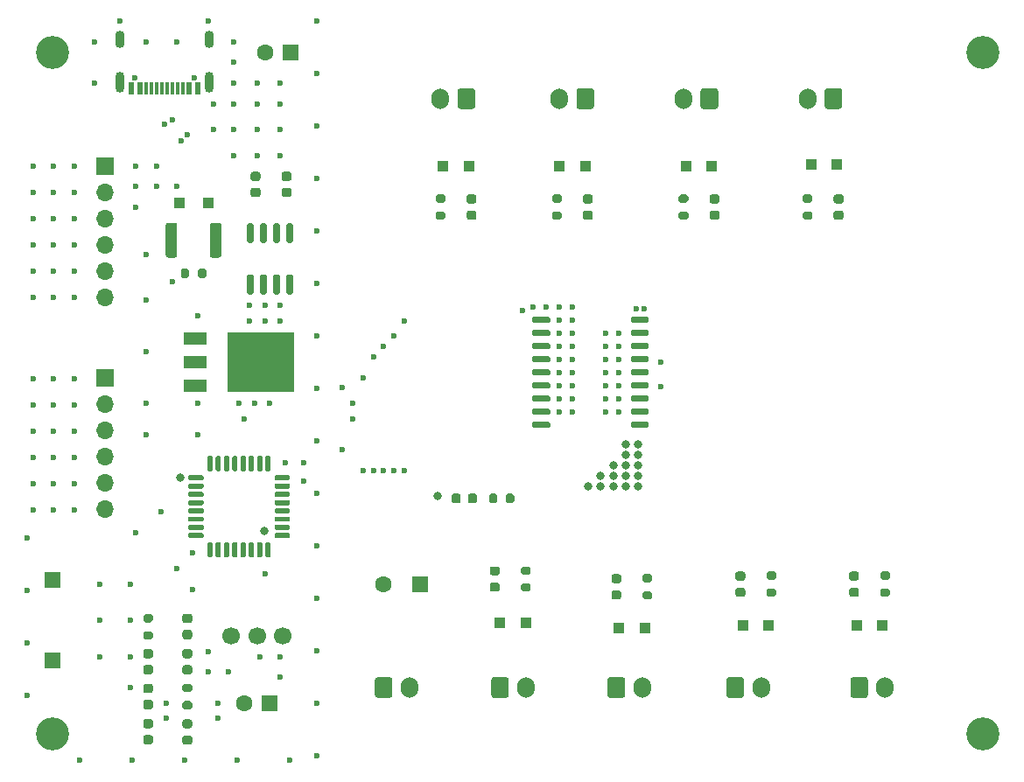
<source format=gts>
G04 #@! TF.GenerationSoftware,KiCad,Pcbnew,(5.1.12)-1*
G04 #@! TF.CreationDate,2022-03-18T17:00:28+09:00*
G04 #@! TF.ProjectId,NHK2022_Solenoid_Valve,4e484b32-3032-4325-9f53-6f6c656e6f69,rev?*
G04 #@! TF.SameCoordinates,PX42c1d80PY7bfa480*
G04 #@! TF.FileFunction,Soldermask,Top*
G04 #@! TF.FilePolarity,Negative*
%FSLAX46Y46*%
G04 Gerber Fmt 4.6, Leading zero omitted, Abs format (unit mm)*
G04 Created by KiCad (PCBNEW (5.1.12)-1) date 2022-03-18 17:00:28*
%MOMM*%
%LPD*%
G01*
G04 APERTURE LIST*
%ADD10C,3.200000*%
%ADD11C,1.600000*%
%ADD12R,1.600000X1.600000*%
%ADD13R,1.000000X1.000000*%
%ADD14R,1.100000X1.100000*%
%ADD15O,1.700000X2.000000*%
%ADD16O,1.700000X1.700000*%
%ADD17R,1.700000X1.700000*%
%ADD18O,0.900000X2.000000*%
%ADD19O,0.900000X1.700000*%
%ADD20R,0.300000X1.160000*%
%ADD21C,0.600000*%
%ADD22R,0.600000X1.160000*%
%ADD23R,2.200000X1.200000*%
%ADD24R,6.400000X5.800000*%
%ADD25C,1.700000*%
%ADD26R,1.500000X1.500000*%
%ADD27C,0.800000*%
G04 APERTURE END LIST*
D10*
X4000000Y70000000D03*
X94000000Y70000000D03*
X94000000Y4000000D03*
X4000000Y4000000D03*
G36*
G01*
X13450000Y3000000D02*
X12950000Y3000000D01*
G75*
G02*
X12725000Y3225000I0J225000D01*
G01*
X12725000Y3675000D01*
G75*
G02*
X12950000Y3900000I225000J0D01*
G01*
X13450000Y3900000D01*
G75*
G02*
X13675000Y3675000I0J-225000D01*
G01*
X13675000Y3225000D01*
G75*
G02*
X13450000Y3000000I-225000J0D01*
G01*
G37*
G36*
G01*
X13450000Y4550000D02*
X12950000Y4550000D01*
G75*
G02*
X12725000Y4775000I0J225000D01*
G01*
X12725000Y5225000D01*
G75*
G02*
X12950000Y5450000I225000J0D01*
G01*
X13450000Y5450000D01*
G75*
G02*
X13675000Y5225000I0J-225000D01*
G01*
X13675000Y4775000D01*
G75*
G02*
X13450000Y4550000I-225000J0D01*
G01*
G37*
D11*
X24500000Y70000000D03*
D12*
X27000000Y70000000D03*
G36*
G01*
X13450000Y7950000D02*
X12950000Y7950000D01*
G75*
G02*
X12725000Y8175000I0J225000D01*
G01*
X12725000Y8625000D01*
G75*
G02*
X12950000Y8850000I225000J0D01*
G01*
X13450000Y8850000D01*
G75*
G02*
X13675000Y8625000I0J-225000D01*
G01*
X13675000Y8175000D01*
G75*
G02*
X13450000Y7950000I-225000J0D01*
G01*
G37*
G36*
G01*
X13450000Y6400000D02*
X12950000Y6400000D01*
G75*
G02*
X12725000Y6625000I0J225000D01*
G01*
X12725000Y7075000D01*
G75*
G02*
X12950000Y7300000I225000J0D01*
G01*
X13450000Y7300000D01*
G75*
G02*
X13675000Y7075000I0J-225000D01*
G01*
X13675000Y6625000D01*
G75*
G02*
X13450000Y6400000I-225000J0D01*
G01*
G37*
G36*
G01*
X23850000Y55975000D02*
X23350000Y55975000D01*
G75*
G02*
X23125000Y56200000I0J225000D01*
G01*
X23125000Y56650000D01*
G75*
G02*
X23350000Y56875000I225000J0D01*
G01*
X23850000Y56875000D01*
G75*
G02*
X24075000Y56650000I0J-225000D01*
G01*
X24075000Y56200000D01*
G75*
G02*
X23850000Y55975000I-225000J0D01*
G01*
G37*
G36*
G01*
X23850000Y57525000D02*
X23350000Y57525000D01*
G75*
G02*
X23125000Y57750000I0J225000D01*
G01*
X23125000Y58200000D01*
G75*
G02*
X23350000Y58425000I225000J0D01*
G01*
X23850000Y58425000D01*
G75*
G02*
X24075000Y58200000I0J-225000D01*
G01*
X24075000Y57750000D01*
G75*
G02*
X23850000Y57525000I-225000J0D01*
G01*
G37*
G36*
G01*
X17250000Y14725000D02*
X16750000Y14725000D01*
G75*
G02*
X16525000Y14950000I0J225000D01*
G01*
X16525000Y15400000D01*
G75*
G02*
X16750000Y15625000I225000J0D01*
G01*
X17250000Y15625000D01*
G75*
G02*
X17475000Y15400000I0J-225000D01*
G01*
X17475000Y14950000D01*
G75*
G02*
X17250000Y14725000I-225000J0D01*
G01*
G37*
G36*
G01*
X17250000Y13175000D02*
X16750000Y13175000D01*
G75*
G02*
X16525000Y13400000I0J225000D01*
G01*
X16525000Y13850000D01*
G75*
G02*
X16750000Y14075000I225000J0D01*
G01*
X17250000Y14075000D01*
G75*
G02*
X17475000Y13850000I0J-225000D01*
G01*
X17475000Y13400000D01*
G75*
G02*
X17250000Y13175000I-225000J0D01*
G01*
G37*
G36*
G01*
X17250000Y9775000D02*
X16750000Y9775000D01*
G75*
G02*
X16525000Y10000000I0J225000D01*
G01*
X16525000Y10450000D01*
G75*
G02*
X16750000Y10675000I225000J0D01*
G01*
X17250000Y10675000D01*
G75*
G02*
X17475000Y10450000I0J-225000D01*
G01*
X17475000Y10000000D01*
G75*
G02*
X17250000Y9775000I-225000J0D01*
G01*
G37*
G36*
G01*
X17250000Y11325000D02*
X16750000Y11325000D01*
G75*
G02*
X16525000Y11550000I0J225000D01*
G01*
X16525000Y12000000D01*
G75*
G02*
X16750000Y12225000I225000J0D01*
G01*
X17250000Y12225000D01*
G75*
G02*
X17475000Y12000000I0J-225000D01*
G01*
X17475000Y11550000D01*
G75*
G02*
X17250000Y11325000I-225000J0D01*
G01*
G37*
G36*
G01*
X26850000Y55975000D02*
X26350000Y55975000D01*
G75*
G02*
X26125000Y56200000I0J225000D01*
G01*
X26125000Y56650000D01*
G75*
G02*
X26350000Y56875000I225000J0D01*
G01*
X26850000Y56875000D01*
G75*
G02*
X27075000Y56650000I0J-225000D01*
G01*
X27075000Y56200000D01*
G75*
G02*
X26850000Y55975000I-225000J0D01*
G01*
G37*
G36*
G01*
X26850000Y57525000D02*
X26350000Y57525000D01*
G75*
G02*
X26125000Y57750000I0J225000D01*
G01*
X26125000Y58200000D01*
G75*
G02*
X26350000Y58425000I225000J0D01*
G01*
X26850000Y58425000D01*
G75*
G02*
X27075000Y58200000I0J-225000D01*
G01*
X27075000Y57750000D01*
G75*
G02*
X26850000Y57525000I-225000J0D01*
G01*
G37*
G36*
G01*
X13450000Y11325000D02*
X12950000Y11325000D01*
G75*
G02*
X12725000Y11550000I0J225000D01*
G01*
X12725000Y12000000D01*
G75*
G02*
X12950000Y12225000I225000J0D01*
G01*
X13450000Y12225000D01*
G75*
G02*
X13675000Y12000000I0J-225000D01*
G01*
X13675000Y11550000D01*
G75*
G02*
X13450000Y11325000I-225000J0D01*
G01*
G37*
G36*
G01*
X13450000Y9775000D02*
X12950000Y9775000D01*
G75*
G02*
X12725000Y10000000I0J225000D01*
G01*
X12725000Y10450000D01*
G75*
G02*
X12950000Y10675000I225000J0D01*
G01*
X13450000Y10675000D01*
G75*
G02*
X13675000Y10450000I0J-225000D01*
G01*
X13675000Y10000000D01*
G75*
G02*
X13450000Y9775000I-225000J0D01*
G01*
G37*
X25000000Y7000000D03*
D11*
X22500000Y7000000D03*
D12*
X39500000Y18500000D03*
D11*
X36000000Y18500000D03*
G36*
G01*
X44150000Y26543750D02*
X44150000Y27056250D01*
G75*
G02*
X44368750Y27275000I218750J0D01*
G01*
X44806250Y27275000D01*
G75*
G02*
X45025000Y27056250I0J-218750D01*
G01*
X45025000Y26543750D01*
G75*
G02*
X44806250Y26325000I-218750J0D01*
G01*
X44368750Y26325000D01*
G75*
G02*
X44150000Y26543750I0J218750D01*
G01*
G37*
G36*
G01*
X42575000Y26543750D02*
X42575000Y27056250D01*
G75*
G02*
X42793750Y27275000I218750J0D01*
G01*
X43231250Y27275000D01*
G75*
G02*
X43450000Y27056250I0J-218750D01*
G01*
X43450000Y26543750D01*
G75*
G02*
X43231250Y26325000I-218750J0D01*
G01*
X42793750Y26325000D01*
G75*
G02*
X42575000Y26543750I0J218750D01*
G01*
G37*
D13*
X41750000Y59000000D03*
X44250000Y59000000D03*
G36*
G01*
X44243750Y56225000D02*
X44756250Y56225000D01*
G75*
G02*
X44975000Y56006250I0J-218750D01*
G01*
X44975000Y55568750D01*
G75*
G02*
X44756250Y55350000I-218750J0D01*
G01*
X44243750Y55350000D01*
G75*
G02*
X44025000Y55568750I0J218750D01*
G01*
X44025000Y56006250D01*
G75*
G02*
X44243750Y56225000I218750J0D01*
G01*
G37*
G36*
G01*
X44243750Y54650000D02*
X44756250Y54650000D01*
G75*
G02*
X44975000Y54431250I0J-218750D01*
G01*
X44975000Y53993750D01*
G75*
G02*
X44756250Y53775000I-218750J0D01*
G01*
X44243750Y53775000D01*
G75*
G02*
X44025000Y53993750I0J218750D01*
G01*
X44025000Y54431250D01*
G75*
G02*
X44243750Y54650000I218750J0D01*
G01*
G37*
X55500000Y59000000D03*
X53000000Y59000000D03*
G36*
G01*
X55493750Y54650000D02*
X56006250Y54650000D01*
G75*
G02*
X56225000Y54431250I0J-218750D01*
G01*
X56225000Y53993750D01*
G75*
G02*
X56006250Y53775000I-218750J0D01*
G01*
X55493750Y53775000D01*
G75*
G02*
X55275000Y53993750I0J218750D01*
G01*
X55275000Y54431250D01*
G75*
G02*
X55493750Y54650000I218750J0D01*
G01*
G37*
G36*
G01*
X55493750Y56225000D02*
X56006250Y56225000D01*
G75*
G02*
X56225000Y56006250I0J-218750D01*
G01*
X56225000Y55568750D01*
G75*
G02*
X56006250Y55350000I-218750J0D01*
G01*
X55493750Y55350000D01*
G75*
G02*
X55275000Y55568750I0J218750D01*
G01*
X55275000Y56006250D01*
G75*
G02*
X55493750Y56225000I218750J0D01*
G01*
G37*
X65250000Y59000000D03*
X67750000Y59000000D03*
G36*
G01*
X67743750Y56225000D02*
X68256250Y56225000D01*
G75*
G02*
X68475000Y56006250I0J-218750D01*
G01*
X68475000Y55568750D01*
G75*
G02*
X68256250Y55350000I-218750J0D01*
G01*
X67743750Y55350000D01*
G75*
G02*
X67525000Y55568750I0J218750D01*
G01*
X67525000Y56006250D01*
G75*
G02*
X67743750Y56225000I218750J0D01*
G01*
G37*
G36*
G01*
X67743750Y54650000D02*
X68256250Y54650000D01*
G75*
G02*
X68475000Y54431250I0J-218750D01*
G01*
X68475000Y53993750D01*
G75*
G02*
X68256250Y53775000I-218750J0D01*
G01*
X67743750Y53775000D01*
G75*
G02*
X67525000Y53993750I0J218750D01*
G01*
X67525000Y54431250D01*
G75*
G02*
X67743750Y54650000I218750J0D01*
G01*
G37*
X77350000Y59100000D03*
X79850000Y59100000D03*
G36*
G01*
X79743750Y54650000D02*
X80256250Y54650000D01*
G75*
G02*
X80475000Y54431250I0J-218750D01*
G01*
X80475000Y53993750D01*
G75*
G02*
X80256250Y53775000I-218750J0D01*
G01*
X79743750Y53775000D01*
G75*
G02*
X79525000Y53993750I0J218750D01*
G01*
X79525000Y54431250D01*
G75*
G02*
X79743750Y54650000I218750J0D01*
G01*
G37*
G36*
G01*
X79743750Y56225000D02*
X80256250Y56225000D01*
G75*
G02*
X80475000Y56006250I0J-218750D01*
G01*
X80475000Y55568750D01*
G75*
G02*
X80256250Y55350000I-218750J0D01*
G01*
X79743750Y55350000D01*
G75*
G02*
X79525000Y55568750I0J218750D01*
G01*
X79525000Y56006250D01*
G75*
G02*
X79743750Y56225000I218750J0D01*
G01*
G37*
X84250000Y14500000D03*
X81750000Y14500000D03*
G36*
G01*
X81756250Y17275000D02*
X81243750Y17275000D01*
G75*
G02*
X81025000Y17493750I0J218750D01*
G01*
X81025000Y17931250D01*
G75*
G02*
X81243750Y18150000I218750J0D01*
G01*
X81756250Y18150000D01*
G75*
G02*
X81975000Y17931250I0J-218750D01*
G01*
X81975000Y17493750D01*
G75*
G02*
X81756250Y17275000I-218750J0D01*
G01*
G37*
G36*
G01*
X81756250Y18850000D02*
X81243750Y18850000D01*
G75*
G02*
X81025000Y19068750I0J218750D01*
G01*
X81025000Y19506250D01*
G75*
G02*
X81243750Y19725000I218750J0D01*
G01*
X81756250Y19725000D01*
G75*
G02*
X81975000Y19506250I0J-218750D01*
G01*
X81975000Y19068750D01*
G75*
G02*
X81756250Y18850000I-218750J0D01*
G01*
G37*
X70750000Y14500000D03*
X73250000Y14500000D03*
G36*
G01*
X70756250Y18850000D02*
X70243750Y18850000D01*
G75*
G02*
X70025000Y19068750I0J218750D01*
G01*
X70025000Y19506250D01*
G75*
G02*
X70243750Y19725000I218750J0D01*
G01*
X70756250Y19725000D01*
G75*
G02*
X70975000Y19506250I0J-218750D01*
G01*
X70975000Y19068750D01*
G75*
G02*
X70756250Y18850000I-218750J0D01*
G01*
G37*
G36*
G01*
X70756250Y17275000D02*
X70243750Y17275000D01*
G75*
G02*
X70025000Y17493750I0J218750D01*
G01*
X70025000Y17931250D01*
G75*
G02*
X70243750Y18150000I218750J0D01*
G01*
X70756250Y18150000D01*
G75*
G02*
X70975000Y17931250I0J-218750D01*
G01*
X70975000Y17493750D01*
G75*
G02*
X70756250Y17275000I-218750J0D01*
G01*
G37*
X58750000Y14250000D03*
X61250000Y14250000D03*
G36*
G01*
X58756250Y18600000D02*
X58243750Y18600000D01*
G75*
G02*
X58025000Y18818750I0J218750D01*
G01*
X58025000Y19256250D01*
G75*
G02*
X58243750Y19475000I218750J0D01*
G01*
X58756250Y19475000D01*
G75*
G02*
X58975000Y19256250I0J-218750D01*
G01*
X58975000Y18818750D01*
G75*
G02*
X58756250Y18600000I-218750J0D01*
G01*
G37*
G36*
G01*
X58756250Y17025000D02*
X58243750Y17025000D01*
G75*
G02*
X58025000Y17243750I0J218750D01*
G01*
X58025000Y17681250D01*
G75*
G02*
X58243750Y17900000I218750J0D01*
G01*
X58756250Y17900000D01*
G75*
G02*
X58975000Y17681250I0J-218750D01*
G01*
X58975000Y17243750D01*
G75*
G02*
X58756250Y17025000I-218750J0D01*
G01*
G37*
X47250000Y14750000D03*
X49750000Y14750000D03*
G36*
G01*
X47006250Y17775000D02*
X46493750Y17775000D01*
G75*
G02*
X46275000Y17993750I0J218750D01*
G01*
X46275000Y18431250D01*
G75*
G02*
X46493750Y18650000I218750J0D01*
G01*
X47006250Y18650000D01*
G75*
G02*
X47225000Y18431250I0J-218750D01*
G01*
X47225000Y17993750D01*
G75*
G02*
X47006250Y17775000I-218750J0D01*
G01*
G37*
G36*
G01*
X47006250Y19350000D02*
X46493750Y19350000D01*
G75*
G02*
X46275000Y19568750I0J218750D01*
G01*
X46275000Y20006250D01*
G75*
G02*
X46493750Y20225000I218750J0D01*
G01*
X47006250Y20225000D01*
G75*
G02*
X47225000Y20006250I0J-218750D01*
G01*
X47225000Y19568750D01*
G75*
G02*
X47006250Y19350000I-218750J0D01*
G01*
G37*
D14*
X19000000Y55400000D03*
X16200000Y55400000D03*
G36*
G01*
X17256250Y2975000D02*
X16743750Y2975000D01*
G75*
G02*
X16525000Y3193750I0J218750D01*
G01*
X16525000Y3631250D01*
G75*
G02*
X16743750Y3850000I218750J0D01*
G01*
X17256250Y3850000D01*
G75*
G02*
X17475000Y3631250I0J-218750D01*
G01*
X17475000Y3193750D01*
G75*
G02*
X17256250Y2975000I-218750J0D01*
G01*
G37*
G36*
G01*
X17256250Y4550000D02*
X16743750Y4550000D01*
G75*
G02*
X16525000Y4768750I0J218750D01*
G01*
X16525000Y5206250D01*
G75*
G02*
X16743750Y5425000I218750J0D01*
G01*
X17256250Y5425000D01*
G75*
G02*
X17475000Y5206250I0J-218750D01*
G01*
X17475000Y4768750D01*
G75*
G02*
X17256250Y4550000I-218750J0D01*
G01*
G37*
G36*
G01*
X57650000Y7750000D02*
X57650000Y9250000D01*
G75*
G02*
X57900000Y9500000I250000J0D01*
G01*
X59100000Y9500000D01*
G75*
G02*
X59350000Y9250000I0J-250000D01*
G01*
X59350000Y7750000D01*
G75*
G02*
X59100000Y7500000I-250000J0D01*
G01*
X57900000Y7500000D01*
G75*
G02*
X57650000Y7750000I0J250000D01*
G01*
G37*
D15*
X61000000Y8500000D03*
G36*
G01*
X44850000Y66250000D02*
X44850000Y64750000D01*
G75*
G02*
X44600000Y64500000I-250000J0D01*
G01*
X43400000Y64500000D01*
G75*
G02*
X43150000Y64750000I0J250000D01*
G01*
X43150000Y66250000D01*
G75*
G02*
X43400000Y66500000I250000J0D01*
G01*
X44600000Y66500000D01*
G75*
G02*
X44850000Y66250000I0J-250000D01*
G01*
G37*
X41500000Y65500000D03*
G36*
G01*
X56350000Y66250000D02*
X56350000Y64750000D01*
G75*
G02*
X56100000Y64500000I-250000J0D01*
G01*
X54900000Y64500000D01*
G75*
G02*
X54650000Y64750000I0J250000D01*
G01*
X54650000Y66250000D01*
G75*
G02*
X54900000Y66500000I250000J0D01*
G01*
X56100000Y66500000D01*
G75*
G02*
X56350000Y66250000I0J-250000D01*
G01*
G37*
X53000000Y65500000D03*
X65000000Y65500000D03*
G36*
G01*
X68350000Y66250000D02*
X68350000Y64750000D01*
G75*
G02*
X68100000Y64500000I-250000J0D01*
G01*
X66900000Y64500000D01*
G75*
G02*
X66650000Y64750000I0J250000D01*
G01*
X66650000Y66250000D01*
G75*
G02*
X66900000Y66500000I250000J0D01*
G01*
X68100000Y66500000D01*
G75*
G02*
X68350000Y66250000I0J-250000D01*
G01*
G37*
X77000000Y65500000D03*
G36*
G01*
X80350000Y66250000D02*
X80350000Y64750000D01*
G75*
G02*
X80100000Y64500000I-250000J0D01*
G01*
X78900000Y64500000D01*
G75*
G02*
X78650000Y64750000I0J250000D01*
G01*
X78650000Y66250000D01*
G75*
G02*
X78900000Y66500000I250000J0D01*
G01*
X80100000Y66500000D01*
G75*
G02*
X80350000Y66250000I0J-250000D01*
G01*
G37*
G36*
G01*
X81150000Y7750000D02*
X81150000Y9250000D01*
G75*
G02*
X81400000Y9500000I250000J0D01*
G01*
X82600000Y9500000D01*
G75*
G02*
X82850000Y9250000I0J-250000D01*
G01*
X82850000Y7750000D01*
G75*
G02*
X82600000Y7500000I-250000J0D01*
G01*
X81400000Y7500000D01*
G75*
G02*
X81150000Y7750000I0J250000D01*
G01*
G37*
X84500000Y8500000D03*
X72500000Y8500000D03*
G36*
G01*
X69150000Y7750000D02*
X69150000Y9250000D01*
G75*
G02*
X69400000Y9500000I250000J0D01*
G01*
X70600000Y9500000D01*
G75*
G02*
X70850000Y9250000I0J-250000D01*
G01*
X70850000Y7750000D01*
G75*
G02*
X70600000Y7500000I-250000J0D01*
G01*
X69400000Y7500000D01*
G75*
G02*
X69150000Y7750000I0J250000D01*
G01*
G37*
X38500000Y8500000D03*
G36*
G01*
X35150000Y7750000D02*
X35150000Y9250000D01*
G75*
G02*
X35400000Y9500000I250000J0D01*
G01*
X36600000Y9500000D01*
G75*
G02*
X36850000Y9250000I0J-250000D01*
G01*
X36850000Y7750000D01*
G75*
G02*
X36600000Y7500000I-250000J0D01*
G01*
X35400000Y7500000D01*
G75*
G02*
X35150000Y7750000I0J250000D01*
G01*
G37*
G36*
G01*
X46400000Y7750000D02*
X46400000Y9250000D01*
G75*
G02*
X46650000Y9500000I250000J0D01*
G01*
X47850000Y9500000D01*
G75*
G02*
X48100000Y9250000I0J-250000D01*
G01*
X48100000Y7750000D01*
G75*
G02*
X47850000Y7500000I-250000J0D01*
G01*
X46650000Y7500000D01*
G75*
G02*
X46400000Y7750000I0J250000D01*
G01*
G37*
X49750000Y8500000D03*
D16*
X9000000Y46300000D03*
X9000000Y48840000D03*
X9000000Y51380000D03*
X9000000Y53920000D03*
X9000000Y56460000D03*
D17*
X9000000Y59000000D03*
D18*
X19120000Y67070000D03*
X10480000Y67070000D03*
D19*
X19120000Y71240000D03*
X10480000Y71240000D03*
D20*
X15550000Y66490000D03*
X15050000Y66490000D03*
X14550000Y66490000D03*
X16550000Y66490000D03*
X16050000Y66490000D03*
X13550000Y66490000D03*
X14050000Y66490000D03*
X13050000Y66490000D03*
D21*
X11910000Y67550000D03*
X17690000Y67550000D03*
D22*
X17200000Y66490000D03*
X17200000Y66490000D03*
X18000000Y66490000D03*
X18000000Y66490000D03*
X12400000Y66490000D03*
X11600000Y66490000D03*
X12400000Y66490000D03*
X11600000Y66490000D03*
G36*
G01*
X46975000Y27075000D02*
X46975000Y26525000D01*
G75*
G02*
X46775000Y26325000I-200000J0D01*
G01*
X46375000Y26325000D01*
G75*
G02*
X46175000Y26525000I0J200000D01*
G01*
X46175000Y27075000D01*
G75*
G02*
X46375000Y27275000I200000J0D01*
G01*
X46775000Y27275000D01*
G75*
G02*
X46975000Y27075000I0J-200000D01*
G01*
G37*
G36*
G01*
X48625000Y27075000D02*
X48625000Y26525000D01*
G75*
G02*
X48425000Y26325000I-200000J0D01*
G01*
X48025000Y26325000D01*
G75*
G02*
X47825000Y26525000I0J200000D01*
G01*
X47825000Y27075000D01*
G75*
G02*
X48025000Y27275000I200000J0D01*
G01*
X48425000Y27275000D01*
G75*
G02*
X48625000Y27075000I0J-200000D01*
G01*
G37*
G36*
G01*
X41225000Y56225000D02*
X41775000Y56225000D01*
G75*
G02*
X41975000Y56025000I0J-200000D01*
G01*
X41975000Y55625000D01*
G75*
G02*
X41775000Y55425000I-200000J0D01*
G01*
X41225000Y55425000D01*
G75*
G02*
X41025000Y55625000I0J200000D01*
G01*
X41025000Y56025000D01*
G75*
G02*
X41225000Y56225000I200000J0D01*
G01*
G37*
G36*
G01*
X41225000Y54575000D02*
X41775000Y54575000D01*
G75*
G02*
X41975000Y54375000I0J-200000D01*
G01*
X41975000Y53975000D01*
G75*
G02*
X41775000Y53775000I-200000J0D01*
G01*
X41225000Y53775000D01*
G75*
G02*
X41025000Y53975000I0J200000D01*
G01*
X41025000Y54375000D01*
G75*
G02*
X41225000Y54575000I200000J0D01*
G01*
G37*
G36*
G01*
X52475000Y56225000D02*
X53025000Y56225000D01*
G75*
G02*
X53225000Y56025000I0J-200000D01*
G01*
X53225000Y55625000D01*
G75*
G02*
X53025000Y55425000I-200000J0D01*
G01*
X52475000Y55425000D01*
G75*
G02*
X52275000Y55625000I0J200000D01*
G01*
X52275000Y56025000D01*
G75*
G02*
X52475000Y56225000I200000J0D01*
G01*
G37*
G36*
G01*
X52475000Y54575000D02*
X53025000Y54575000D01*
G75*
G02*
X53225000Y54375000I0J-200000D01*
G01*
X53225000Y53975000D01*
G75*
G02*
X53025000Y53775000I-200000J0D01*
G01*
X52475000Y53775000D01*
G75*
G02*
X52275000Y53975000I0J200000D01*
G01*
X52275000Y54375000D01*
G75*
G02*
X52475000Y54575000I200000J0D01*
G01*
G37*
G36*
G01*
X64725000Y54575000D02*
X65275000Y54575000D01*
G75*
G02*
X65475000Y54375000I0J-200000D01*
G01*
X65475000Y53975000D01*
G75*
G02*
X65275000Y53775000I-200000J0D01*
G01*
X64725000Y53775000D01*
G75*
G02*
X64525000Y53975000I0J200000D01*
G01*
X64525000Y54375000D01*
G75*
G02*
X64725000Y54575000I200000J0D01*
G01*
G37*
G36*
G01*
X64725000Y56225000D02*
X65275000Y56225000D01*
G75*
G02*
X65475000Y56025000I0J-200000D01*
G01*
X65475000Y55625000D01*
G75*
G02*
X65275000Y55425000I-200000J0D01*
G01*
X64725000Y55425000D01*
G75*
G02*
X64525000Y55625000I0J200000D01*
G01*
X64525000Y56025000D01*
G75*
G02*
X64725000Y56225000I200000J0D01*
G01*
G37*
G36*
G01*
X76725000Y56225000D02*
X77275000Y56225000D01*
G75*
G02*
X77475000Y56025000I0J-200000D01*
G01*
X77475000Y55625000D01*
G75*
G02*
X77275000Y55425000I-200000J0D01*
G01*
X76725000Y55425000D01*
G75*
G02*
X76525000Y55625000I0J200000D01*
G01*
X76525000Y56025000D01*
G75*
G02*
X76725000Y56225000I200000J0D01*
G01*
G37*
G36*
G01*
X76725000Y54575000D02*
X77275000Y54575000D01*
G75*
G02*
X77475000Y54375000I0J-200000D01*
G01*
X77475000Y53975000D01*
G75*
G02*
X77275000Y53775000I-200000J0D01*
G01*
X76725000Y53775000D01*
G75*
G02*
X76525000Y53975000I0J200000D01*
G01*
X76525000Y54375000D01*
G75*
G02*
X76725000Y54575000I200000J0D01*
G01*
G37*
G36*
G01*
X84775000Y18925000D02*
X84225000Y18925000D01*
G75*
G02*
X84025000Y19125000I0J200000D01*
G01*
X84025000Y19525000D01*
G75*
G02*
X84225000Y19725000I200000J0D01*
G01*
X84775000Y19725000D01*
G75*
G02*
X84975000Y19525000I0J-200000D01*
G01*
X84975000Y19125000D01*
G75*
G02*
X84775000Y18925000I-200000J0D01*
G01*
G37*
G36*
G01*
X84775000Y17275000D02*
X84225000Y17275000D01*
G75*
G02*
X84025000Y17475000I0J200000D01*
G01*
X84025000Y17875000D01*
G75*
G02*
X84225000Y18075000I200000J0D01*
G01*
X84775000Y18075000D01*
G75*
G02*
X84975000Y17875000I0J-200000D01*
G01*
X84975000Y17475000D01*
G75*
G02*
X84775000Y17275000I-200000J0D01*
G01*
G37*
G36*
G01*
X73775000Y18925000D02*
X73225000Y18925000D01*
G75*
G02*
X73025000Y19125000I0J200000D01*
G01*
X73025000Y19525000D01*
G75*
G02*
X73225000Y19725000I200000J0D01*
G01*
X73775000Y19725000D01*
G75*
G02*
X73975000Y19525000I0J-200000D01*
G01*
X73975000Y19125000D01*
G75*
G02*
X73775000Y18925000I-200000J0D01*
G01*
G37*
G36*
G01*
X73775000Y17275000D02*
X73225000Y17275000D01*
G75*
G02*
X73025000Y17475000I0J200000D01*
G01*
X73025000Y17875000D01*
G75*
G02*
X73225000Y18075000I200000J0D01*
G01*
X73775000Y18075000D01*
G75*
G02*
X73975000Y17875000I0J-200000D01*
G01*
X73975000Y17475000D01*
G75*
G02*
X73775000Y17275000I-200000J0D01*
G01*
G37*
G36*
G01*
X61775000Y17025000D02*
X61225000Y17025000D01*
G75*
G02*
X61025000Y17225000I0J200000D01*
G01*
X61025000Y17625000D01*
G75*
G02*
X61225000Y17825000I200000J0D01*
G01*
X61775000Y17825000D01*
G75*
G02*
X61975000Y17625000I0J-200000D01*
G01*
X61975000Y17225000D01*
G75*
G02*
X61775000Y17025000I-200000J0D01*
G01*
G37*
G36*
G01*
X61775000Y18675000D02*
X61225000Y18675000D01*
G75*
G02*
X61025000Y18875000I0J200000D01*
G01*
X61025000Y19275000D01*
G75*
G02*
X61225000Y19475000I200000J0D01*
G01*
X61775000Y19475000D01*
G75*
G02*
X61975000Y19275000I0J-200000D01*
G01*
X61975000Y18875000D01*
G75*
G02*
X61775000Y18675000I-200000J0D01*
G01*
G37*
G36*
G01*
X50025000Y19425000D02*
X49475000Y19425000D01*
G75*
G02*
X49275000Y19625000I0J200000D01*
G01*
X49275000Y20025000D01*
G75*
G02*
X49475000Y20225000I200000J0D01*
G01*
X50025000Y20225000D01*
G75*
G02*
X50225000Y20025000I0J-200000D01*
G01*
X50225000Y19625000D01*
G75*
G02*
X50025000Y19425000I-200000J0D01*
G01*
G37*
G36*
G01*
X50025000Y17775000D02*
X49475000Y17775000D01*
G75*
G02*
X49275000Y17975000I0J200000D01*
G01*
X49275000Y18375000D01*
G75*
G02*
X49475000Y18575000I200000J0D01*
G01*
X50025000Y18575000D01*
G75*
G02*
X50225000Y18375000I0J-200000D01*
G01*
X50225000Y17975000D01*
G75*
G02*
X50025000Y17775000I-200000J0D01*
G01*
G37*
G36*
G01*
X13475000Y13150000D02*
X12925000Y13150000D01*
G75*
G02*
X12725000Y13350000I0J200000D01*
G01*
X12725000Y13750000D01*
G75*
G02*
X12925000Y13950000I200000J0D01*
G01*
X13475000Y13950000D01*
G75*
G02*
X13675000Y13750000I0J-200000D01*
G01*
X13675000Y13350000D01*
G75*
G02*
X13475000Y13150000I-200000J0D01*
G01*
G37*
G36*
G01*
X13475000Y14800000D02*
X12925000Y14800000D01*
G75*
G02*
X12725000Y15000000I0J200000D01*
G01*
X12725000Y15400000D01*
G75*
G02*
X12925000Y15600000I200000J0D01*
G01*
X13475000Y15600000D01*
G75*
G02*
X13675000Y15400000I0J-200000D01*
G01*
X13675000Y15000000D01*
G75*
G02*
X13475000Y14800000I-200000J0D01*
G01*
G37*
G36*
G01*
X18025000Y48325000D02*
X18025000Y48875000D01*
G75*
G02*
X18225000Y49075000I200000J0D01*
G01*
X18625000Y49075000D01*
G75*
G02*
X18825000Y48875000I0J-200000D01*
G01*
X18825000Y48325000D01*
G75*
G02*
X18625000Y48125000I-200000J0D01*
G01*
X18225000Y48125000D01*
G75*
G02*
X18025000Y48325000I0J200000D01*
G01*
G37*
G36*
G01*
X16375000Y48325000D02*
X16375000Y48875000D01*
G75*
G02*
X16575000Y49075000I200000J0D01*
G01*
X16975000Y49075000D01*
G75*
G02*
X17175000Y48875000I0J-200000D01*
G01*
X17175000Y48325000D01*
G75*
G02*
X16975000Y48125000I-200000J0D01*
G01*
X16575000Y48125000D01*
G75*
G02*
X16375000Y48325000I0J200000D01*
G01*
G37*
G36*
G01*
X17275000Y6400000D02*
X16725000Y6400000D01*
G75*
G02*
X16525000Y6600000I0J200000D01*
G01*
X16525000Y7000000D01*
G75*
G02*
X16725000Y7200000I200000J0D01*
G01*
X17275000Y7200000D01*
G75*
G02*
X17475000Y7000000I0J-200000D01*
G01*
X17475000Y6600000D01*
G75*
G02*
X17275000Y6400000I-200000J0D01*
G01*
G37*
G36*
G01*
X17275000Y8050000D02*
X16725000Y8050000D01*
G75*
G02*
X16525000Y8250000I0J200000D01*
G01*
X16525000Y8650000D01*
G75*
G02*
X16725000Y8850000I200000J0D01*
G01*
X17275000Y8850000D01*
G75*
G02*
X17475000Y8650000I0J-200000D01*
G01*
X17475000Y8250000D01*
G75*
G02*
X17275000Y8050000I-200000J0D01*
G01*
G37*
G36*
G01*
X50350000Y43930000D02*
X50350000Y44230000D01*
G75*
G02*
X50500000Y44380000I150000J0D01*
G01*
X51950000Y44380000D01*
G75*
G02*
X52100000Y44230000I0J-150000D01*
G01*
X52100000Y43930000D01*
G75*
G02*
X51950000Y43780000I-150000J0D01*
G01*
X50500000Y43780000D01*
G75*
G02*
X50350000Y43930000I0J150000D01*
G01*
G37*
G36*
G01*
X50350000Y42660000D02*
X50350000Y42960000D01*
G75*
G02*
X50500000Y43110000I150000J0D01*
G01*
X51950000Y43110000D01*
G75*
G02*
X52100000Y42960000I0J-150000D01*
G01*
X52100000Y42660000D01*
G75*
G02*
X51950000Y42510000I-150000J0D01*
G01*
X50500000Y42510000D01*
G75*
G02*
X50350000Y42660000I0J150000D01*
G01*
G37*
G36*
G01*
X50350000Y41390000D02*
X50350000Y41690000D01*
G75*
G02*
X50500000Y41840000I150000J0D01*
G01*
X51950000Y41840000D01*
G75*
G02*
X52100000Y41690000I0J-150000D01*
G01*
X52100000Y41390000D01*
G75*
G02*
X51950000Y41240000I-150000J0D01*
G01*
X50500000Y41240000D01*
G75*
G02*
X50350000Y41390000I0J150000D01*
G01*
G37*
G36*
G01*
X50350000Y40120000D02*
X50350000Y40420000D01*
G75*
G02*
X50500000Y40570000I150000J0D01*
G01*
X51950000Y40570000D01*
G75*
G02*
X52100000Y40420000I0J-150000D01*
G01*
X52100000Y40120000D01*
G75*
G02*
X51950000Y39970000I-150000J0D01*
G01*
X50500000Y39970000D01*
G75*
G02*
X50350000Y40120000I0J150000D01*
G01*
G37*
G36*
G01*
X50350000Y38850000D02*
X50350000Y39150000D01*
G75*
G02*
X50500000Y39300000I150000J0D01*
G01*
X51950000Y39300000D01*
G75*
G02*
X52100000Y39150000I0J-150000D01*
G01*
X52100000Y38850000D01*
G75*
G02*
X51950000Y38700000I-150000J0D01*
G01*
X50500000Y38700000D01*
G75*
G02*
X50350000Y38850000I0J150000D01*
G01*
G37*
G36*
G01*
X50350000Y37580000D02*
X50350000Y37880000D01*
G75*
G02*
X50500000Y38030000I150000J0D01*
G01*
X51950000Y38030000D01*
G75*
G02*
X52100000Y37880000I0J-150000D01*
G01*
X52100000Y37580000D01*
G75*
G02*
X51950000Y37430000I-150000J0D01*
G01*
X50500000Y37430000D01*
G75*
G02*
X50350000Y37580000I0J150000D01*
G01*
G37*
G36*
G01*
X50350000Y36310000D02*
X50350000Y36610000D01*
G75*
G02*
X50500000Y36760000I150000J0D01*
G01*
X51950000Y36760000D01*
G75*
G02*
X52100000Y36610000I0J-150000D01*
G01*
X52100000Y36310000D01*
G75*
G02*
X51950000Y36160000I-150000J0D01*
G01*
X50500000Y36160000D01*
G75*
G02*
X50350000Y36310000I0J150000D01*
G01*
G37*
G36*
G01*
X50350000Y35040000D02*
X50350000Y35340000D01*
G75*
G02*
X50500000Y35490000I150000J0D01*
G01*
X51950000Y35490000D01*
G75*
G02*
X52100000Y35340000I0J-150000D01*
G01*
X52100000Y35040000D01*
G75*
G02*
X51950000Y34890000I-150000J0D01*
G01*
X50500000Y34890000D01*
G75*
G02*
X50350000Y35040000I0J150000D01*
G01*
G37*
G36*
G01*
X50350000Y33770000D02*
X50350000Y34070000D01*
G75*
G02*
X50500000Y34220000I150000J0D01*
G01*
X51950000Y34220000D01*
G75*
G02*
X52100000Y34070000I0J-150000D01*
G01*
X52100000Y33770000D01*
G75*
G02*
X51950000Y33620000I-150000J0D01*
G01*
X50500000Y33620000D01*
G75*
G02*
X50350000Y33770000I0J150000D01*
G01*
G37*
G36*
G01*
X59900000Y33770000D02*
X59900000Y34070000D01*
G75*
G02*
X60050000Y34220000I150000J0D01*
G01*
X61500000Y34220000D01*
G75*
G02*
X61650000Y34070000I0J-150000D01*
G01*
X61650000Y33770000D01*
G75*
G02*
X61500000Y33620000I-150000J0D01*
G01*
X60050000Y33620000D01*
G75*
G02*
X59900000Y33770000I0J150000D01*
G01*
G37*
G36*
G01*
X59900000Y35040000D02*
X59900000Y35340000D01*
G75*
G02*
X60050000Y35490000I150000J0D01*
G01*
X61500000Y35490000D01*
G75*
G02*
X61650000Y35340000I0J-150000D01*
G01*
X61650000Y35040000D01*
G75*
G02*
X61500000Y34890000I-150000J0D01*
G01*
X60050000Y34890000D01*
G75*
G02*
X59900000Y35040000I0J150000D01*
G01*
G37*
G36*
G01*
X59900000Y36310000D02*
X59900000Y36610000D01*
G75*
G02*
X60050000Y36760000I150000J0D01*
G01*
X61500000Y36760000D01*
G75*
G02*
X61650000Y36610000I0J-150000D01*
G01*
X61650000Y36310000D01*
G75*
G02*
X61500000Y36160000I-150000J0D01*
G01*
X60050000Y36160000D01*
G75*
G02*
X59900000Y36310000I0J150000D01*
G01*
G37*
G36*
G01*
X59900000Y37580000D02*
X59900000Y37880000D01*
G75*
G02*
X60050000Y38030000I150000J0D01*
G01*
X61500000Y38030000D01*
G75*
G02*
X61650000Y37880000I0J-150000D01*
G01*
X61650000Y37580000D01*
G75*
G02*
X61500000Y37430000I-150000J0D01*
G01*
X60050000Y37430000D01*
G75*
G02*
X59900000Y37580000I0J150000D01*
G01*
G37*
G36*
G01*
X59900000Y38850000D02*
X59900000Y39150000D01*
G75*
G02*
X60050000Y39300000I150000J0D01*
G01*
X61500000Y39300000D01*
G75*
G02*
X61650000Y39150000I0J-150000D01*
G01*
X61650000Y38850000D01*
G75*
G02*
X61500000Y38700000I-150000J0D01*
G01*
X60050000Y38700000D01*
G75*
G02*
X59900000Y38850000I0J150000D01*
G01*
G37*
G36*
G01*
X59900000Y40120000D02*
X59900000Y40420000D01*
G75*
G02*
X60050000Y40570000I150000J0D01*
G01*
X61500000Y40570000D01*
G75*
G02*
X61650000Y40420000I0J-150000D01*
G01*
X61650000Y40120000D01*
G75*
G02*
X61500000Y39970000I-150000J0D01*
G01*
X60050000Y39970000D01*
G75*
G02*
X59900000Y40120000I0J150000D01*
G01*
G37*
G36*
G01*
X59900000Y41390000D02*
X59900000Y41690000D01*
G75*
G02*
X60050000Y41840000I150000J0D01*
G01*
X61500000Y41840000D01*
G75*
G02*
X61650000Y41690000I0J-150000D01*
G01*
X61650000Y41390000D01*
G75*
G02*
X61500000Y41240000I-150000J0D01*
G01*
X60050000Y41240000D01*
G75*
G02*
X59900000Y41390000I0J150000D01*
G01*
G37*
G36*
G01*
X59900000Y42660000D02*
X59900000Y42960000D01*
G75*
G02*
X60050000Y43110000I150000J0D01*
G01*
X61500000Y43110000D01*
G75*
G02*
X61650000Y42960000I0J-150000D01*
G01*
X61650000Y42660000D01*
G75*
G02*
X61500000Y42510000I-150000J0D01*
G01*
X60050000Y42510000D01*
G75*
G02*
X59900000Y42660000I0J150000D01*
G01*
G37*
G36*
G01*
X59900000Y43930000D02*
X59900000Y44230000D01*
G75*
G02*
X60050000Y44380000I150000J0D01*
G01*
X61500000Y44380000D01*
G75*
G02*
X61650000Y44230000I0J-150000D01*
G01*
X61650000Y43930000D01*
G75*
G02*
X61500000Y43780000I-150000J0D01*
G01*
X60050000Y43780000D01*
G75*
G02*
X59900000Y43930000I0J150000D01*
G01*
G37*
G36*
G01*
X19325000Y21075000D02*
X19075000Y21075000D01*
G75*
G02*
X18950000Y21200000I0J125000D01*
G01*
X18950000Y22450000D01*
G75*
G02*
X19075000Y22575000I125000J0D01*
G01*
X19325000Y22575000D01*
G75*
G02*
X19450000Y22450000I0J-125000D01*
G01*
X19450000Y21200000D01*
G75*
G02*
X19325000Y21075000I-125000J0D01*
G01*
G37*
G36*
G01*
X20125000Y21075000D02*
X19875000Y21075000D01*
G75*
G02*
X19750000Y21200000I0J125000D01*
G01*
X19750000Y22450000D01*
G75*
G02*
X19875000Y22575000I125000J0D01*
G01*
X20125000Y22575000D01*
G75*
G02*
X20250000Y22450000I0J-125000D01*
G01*
X20250000Y21200000D01*
G75*
G02*
X20125000Y21075000I-125000J0D01*
G01*
G37*
G36*
G01*
X20925000Y21075000D02*
X20675000Y21075000D01*
G75*
G02*
X20550000Y21200000I0J125000D01*
G01*
X20550000Y22450000D01*
G75*
G02*
X20675000Y22575000I125000J0D01*
G01*
X20925000Y22575000D01*
G75*
G02*
X21050000Y22450000I0J-125000D01*
G01*
X21050000Y21200000D01*
G75*
G02*
X20925000Y21075000I-125000J0D01*
G01*
G37*
G36*
G01*
X21725000Y21075000D02*
X21475000Y21075000D01*
G75*
G02*
X21350000Y21200000I0J125000D01*
G01*
X21350000Y22450000D01*
G75*
G02*
X21475000Y22575000I125000J0D01*
G01*
X21725000Y22575000D01*
G75*
G02*
X21850000Y22450000I0J-125000D01*
G01*
X21850000Y21200000D01*
G75*
G02*
X21725000Y21075000I-125000J0D01*
G01*
G37*
G36*
G01*
X22525000Y21075000D02*
X22275000Y21075000D01*
G75*
G02*
X22150000Y21200000I0J125000D01*
G01*
X22150000Y22450000D01*
G75*
G02*
X22275000Y22575000I125000J0D01*
G01*
X22525000Y22575000D01*
G75*
G02*
X22650000Y22450000I0J-125000D01*
G01*
X22650000Y21200000D01*
G75*
G02*
X22525000Y21075000I-125000J0D01*
G01*
G37*
G36*
G01*
X23325000Y21075000D02*
X23075000Y21075000D01*
G75*
G02*
X22950000Y21200000I0J125000D01*
G01*
X22950000Y22450000D01*
G75*
G02*
X23075000Y22575000I125000J0D01*
G01*
X23325000Y22575000D01*
G75*
G02*
X23450000Y22450000I0J-125000D01*
G01*
X23450000Y21200000D01*
G75*
G02*
X23325000Y21075000I-125000J0D01*
G01*
G37*
G36*
G01*
X24125000Y21075000D02*
X23875000Y21075000D01*
G75*
G02*
X23750000Y21200000I0J125000D01*
G01*
X23750000Y22450000D01*
G75*
G02*
X23875000Y22575000I125000J0D01*
G01*
X24125000Y22575000D01*
G75*
G02*
X24250000Y22450000I0J-125000D01*
G01*
X24250000Y21200000D01*
G75*
G02*
X24125000Y21075000I-125000J0D01*
G01*
G37*
G36*
G01*
X24925000Y21075000D02*
X24675000Y21075000D01*
G75*
G02*
X24550000Y21200000I0J125000D01*
G01*
X24550000Y22450000D01*
G75*
G02*
X24675000Y22575000I125000J0D01*
G01*
X24925000Y22575000D01*
G75*
G02*
X25050000Y22450000I0J-125000D01*
G01*
X25050000Y21200000D01*
G75*
G02*
X24925000Y21075000I-125000J0D01*
G01*
G37*
G36*
G01*
X26800000Y22950000D02*
X25550000Y22950000D01*
G75*
G02*
X25425000Y23075000I0J125000D01*
G01*
X25425000Y23325000D01*
G75*
G02*
X25550000Y23450000I125000J0D01*
G01*
X26800000Y23450000D01*
G75*
G02*
X26925000Y23325000I0J-125000D01*
G01*
X26925000Y23075000D01*
G75*
G02*
X26800000Y22950000I-125000J0D01*
G01*
G37*
G36*
G01*
X26800000Y23750000D02*
X25550000Y23750000D01*
G75*
G02*
X25425000Y23875000I0J125000D01*
G01*
X25425000Y24125000D01*
G75*
G02*
X25550000Y24250000I125000J0D01*
G01*
X26800000Y24250000D01*
G75*
G02*
X26925000Y24125000I0J-125000D01*
G01*
X26925000Y23875000D01*
G75*
G02*
X26800000Y23750000I-125000J0D01*
G01*
G37*
G36*
G01*
X26800000Y24550000D02*
X25550000Y24550000D01*
G75*
G02*
X25425000Y24675000I0J125000D01*
G01*
X25425000Y24925000D01*
G75*
G02*
X25550000Y25050000I125000J0D01*
G01*
X26800000Y25050000D01*
G75*
G02*
X26925000Y24925000I0J-125000D01*
G01*
X26925000Y24675000D01*
G75*
G02*
X26800000Y24550000I-125000J0D01*
G01*
G37*
G36*
G01*
X26800000Y25350000D02*
X25550000Y25350000D01*
G75*
G02*
X25425000Y25475000I0J125000D01*
G01*
X25425000Y25725000D01*
G75*
G02*
X25550000Y25850000I125000J0D01*
G01*
X26800000Y25850000D01*
G75*
G02*
X26925000Y25725000I0J-125000D01*
G01*
X26925000Y25475000D01*
G75*
G02*
X26800000Y25350000I-125000J0D01*
G01*
G37*
G36*
G01*
X26800000Y26150000D02*
X25550000Y26150000D01*
G75*
G02*
X25425000Y26275000I0J125000D01*
G01*
X25425000Y26525000D01*
G75*
G02*
X25550000Y26650000I125000J0D01*
G01*
X26800000Y26650000D01*
G75*
G02*
X26925000Y26525000I0J-125000D01*
G01*
X26925000Y26275000D01*
G75*
G02*
X26800000Y26150000I-125000J0D01*
G01*
G37*
G36*
G01*
X26800000Y26950000D02*
X25550000Y26950000D01*
G75*
G02*
X25425000Y27075000I0J125000D01*
G01*
X25425000Y27325000D01*
G75*
G02*
X25550000Y27450000I125000J0D01*
G01*
X26800000Y27450000D01*
G75*
G02*
X26925000Y27325000I0J-125000D01*
G01*
X26925000Y27075000D01*
G75*
G02*
X26800000Y26950000I-125000J0D01*
G01*
G37*
G36*
G01*
X26800000Y27750000D02*
X25550000Y27750000D01*
G75*
G02*
X25425000Y27875000I0J125000D01*
G01*
X25425000Y28125000D01*
G75*
G02*
X25550000Y28250000I125000J0D01*
G01*
X26800000Y28250000D01*
G75*
G02*
X26925000Y28125000I0J-125000D01*
G01*
X26925000Y27875000D01*
G75*
G02*
X26800000Y27750000I-125000J0D01*
G01*
G37*
G36*
G01*
X26800000Y28550000D02*
X25550000Y28550000D01*
G75*
G02*
X25425000Y28675000I0J125000D01*
G01*
X25425000Y28925000D01*
G75*
G02*
X25550000Y29050000I125000J0D01*
G01*
X26800000Y29050000D01*
G75*
G02*
X26925000Y28925000I0J-125000D01*
G01*
X26925000Y28675000D01*
G75*
G02*
X26800000Y28550000I-125000J0D01*
G01*
G37*
G36*
G01*
X24925000Y29425000D02*
X24675000Y29425000D01*
G75*
G02*
X24550000Y29550000I0J125000D01*
G01*
X24550000Y30800000D01*
G75*
G02*
X24675000Y30925000I125000J0D01*
G01*
X24925000Y30925000D01*
G75*
G02*
X25050000Y30800000I0J-125000D01*
G01*
X25050000Y29550000D01*
G75*
G02*
X24925000Y29425000I-125000J0D01*
G01*
G37*
G36*
G01*
X24125000Y29425000D02*
X23875000Y29425000D01*
G75*
G02*
X23750000Y29550000I0J125000D01*
G01*
X23750000Y30800000D01*
G75*
G02*
X23875000Y30925000I125000J0D01*
G01*
X24125000Y30925000D01*
G75*
G02*
X24250000Y30800000I0J-125000D01*
G01*
X24250000Y29550000D01*
G75*
G02*
X24125000Y29425000I-125000J0D01*
G01*
G37*
G36*
G01*
X23325000Y29425000D02*
X23075000Y29425000D01*
G75*
G02*
X22950000Y29550000I0J125000D01*
G01*
X22950000Y30800000D01*
G75*
G02*
X23075000Y30925000I125000J0D01*
G01*
X23325000Y30925000D01*
G75*
G02*
X23450000Y30800000I0J-125000D01*
G01*
X23450000Y29550000D01*
G75*
G02*
X23325000Y29425000I-125000J0D01*
G01*
G37*
G36*
G01*
X22525000Y29425000D02*
X22275000Y29425000D01*
G75*
G02*
X22150000Y29550000I0J125000D01*
G01*
X22150000Y30800000D01*
G75*
G02*
X22275000Y30925000I125000J0D01*
G01*
X22525000Y30925000D01*
G75*
G02*
X22650000Y30800000I0J-125000D01*
G01*
X22650000Y29550000D01*
G75*
G02*
X22525000Y29425000I-125000J0D01*
G01*
G37*
G36*
G01*
X21725000Y29425000D02*
X21475000Y29425000D01*
G75*
G02*
X21350000Y29550000I0J125000D01*
G01*
X21350000Y30800000D01*
G75*
G02*
X21475000Y30925000I125000J0D01*
G01*
X21725000Y30925000D01*
G75*
G02*
X21850000Y30800000I0J-125000D01*
G01*
X21850000Y29550000D01*
G75*
G02*
X21725000Y29425000I-125000J0D01*
G01*
G37*
G36*
G01*
X20925000Y29425000D02*
X20675000Y29425000D01*
G75*
G02*
X20550000Y29550000I0J125000D01*
G01*
X20550000Y30800000D01*
G75*
G02*
X20675000Y30925000I125000J0D01*
G01*
X20925000Y30925000D01*
G75*
G02*
X21050000Y30800000I0J-125000D01*
G01*
X21050000Y29550000D01*
G75*
G02*
X20925000Y29425000I-125000J0D01*
G01*
G37*
G36*
G01*
X20125000Y29425000D02*
X19875000Y29425000D01*
G75*
G02*
X19750000Y29550000I0J125000D01*
G01*
X19750000Y30800000D01*
G75*
G02*
X19875000Y30925000I125000J0D01*
G01*
X20125000Y30925000D01*
G75*
G02*
X20250000Y30800000I0J-125000D01*
G01*
X20250000Y29550000D01*
G75*
G02*
X20125000Y29425000I-125000J0D01*
G01*
G37*
G36*
G01*
X19325000Y29425000D02*
X19075000Y29425000D01*
G75*
G02*
X18950000Y29550000I0J125000D01*
G01*
X18950000Y30800000D01*
G75*
G02*
X19075000Y30925000I125000J0D01*
G01*
X19325000Y30925000D01*
G75*
G02*
X19450000Y30800000I0J-125000D01*
G01*
X19450000Y29550000D01*
G75*
G02*
X19325000Y29425000I-125000J0D01*
G01*
G37*
G36*
G01*
X18450000Y28550000D02*
X17200000Y28550000D01*
G75*
G02*
X17075000Y28675000I0J125000D01*
G01*
X17075000Y28925000D01*
G75*
G02*
X17200000Y29050000I125000J0D01*
G01*
X18450000Y29050000D01*
G75*
G02*
X18575000Y28925000I0J-125000D01*
G01*
X18575000Y28675000D01*
G75*
G02*
X18450000Y28550000I-125000J0D01*
G01*
G37*
G36*
G01*
X18450000Y27750000D02*
X17200000Y27750000D01*
G75*
G02*
X17075000Y27875000I0J125000D01*
G01*
X17075000Y28125000D01*
G75*
G02*
X17200000Y28250000I125000J0D01*
G01*
X18450000Y28250000D01*
G75*
G02*
X18575000Y28125000I0J-125000D01*
G01*
X18575000Y27875000D01*
G75*
G02*
X18450000Y27750000I-125000J0D01*
G01*
G37*
G36*
G01*
X18450000Y26950000D02*
X17200000Y26950000D01*
G75*
G02*
X17075000Y27075000I0J125000D01*
G01*
X17075000Y27325000D01*
G75*
G02*
X17200000Y27450000I125000J0D01*
G01*
X18450000Y27450000D01*
G75*
G02*
X18575000Y27325000I0J-125000D01*
G01*
X18575000Y27075000D01*
G75*
G02*
X18450000Y26950000I-125000J0D01*
G01*
G37*
G36*
G01*
X18450000Y26150000D02*
X17200000Y26150000D01*
G75*
G02*
X17075000Y26275000I0J125000D01*
G01*
X17075000Y26525000D01*
G75*
G02*
X17200000Y26650000I125000J0D01*
G01*
X18450000Y26650000D01*
G75*
G02*
X18575000Y26525000I0J-125000D01*
G01*
X18575000Y26275000D01*
G75*
G02*
X18450000Y26150000I-125000J0D01*
G01*
G37*
G36*
G01*
X18450000Y25350000D02*
X17200000Y25350000D01*
G75*
G02*
X17075000Y25475000I0J125000D01*
G01*
X17075000Y25725000D01*
G75*
G02*
X17200000Y25850000I125000J0D01*
G01*
X18450000Y25850000D01*
G75*
G02*
X18575000Y25725000I0J-125000D01*
G01*
X18575000Y25475000D01*
G75*
G02*
X18450000Y25350000I-125000J0D01*
G01*
G37*
G36*
G01*
X18450000Y24550000D02*
X17200000Y24550000D01*
G75*
G02*
X17075000Y24675000I0J125000D01*
G01*
X17075000Y24925000D01*
G75*
G02*
X17200000Y25050000I125000J0D01*
G01*
X18450000Y25050000D01*
G75*
G02*
X18575000Y24925000I0J-125000D01*
G01*
X18575000Y24675000D01*
G75*
G02*
X18450000Y24550000I-125000J0D01*
G01*
G37*
G36*
G01*
X18450000Y23750000D02*
X17200000Y23750000D01*
G75*
G02*
X17075000Y23875000I0J125000D01*
G01*
X17075000Y24125000D01*
G75*
G02*
X17200000Y24250000I125000J0D01*
G01*
X18450000Y24250000D01*
G75*
G02*
X18575000Y24125000I0J-125000D01*
G01*
X18575000Y23875000D01*
G75*
G02*
X18450000Y23750000I-125000J0D01*
G01*
G37*
G36*
G01*
X18450000Y22950000D02*
X17200000Y22950000D01*
G75*
G02*
X17075000Y23075000I0J125000D01*
G01*
X17075000Y23325000D01*
G75*
G02*
X17200000Y23450000I125000J0D01*
G01*
X18450000Y23450000D01*
G75*
G02*
X18575000Y23325000I0J-125000D01*
G01*
X18575000Y23075000D01*
G75*
G02*
X18450000Y22950000I-125000J0D01*
G01*
G37*
G36*
G01*
X23245000Y46550000D02*
X22945000Y46550000D01*
G75*
G02*
X22795000Y46700000I0J150000D01*
G01*
X22795000Y48350000D01*
G75*
G02*
X22945000Y48500000I150000J0D01*
G01*
X23245000Y48500000D01*
G75*
G02*
X23395000Y48350000I0J-150000D01*
G01*
X23395000Y46700000D01*
G75*
G02*
X23245000Y46550000I-150000J0D01*
G01*
G37*
G36*
G01*
X24515000Y46550000D02*
X24215000Y46550000D01*
G75*
G02*
X24065000Y46700000I0J150000D01*
G01*
X24065000Y48350000D01*
G75*
G02*
X24215000Y48500000I150000J0D01*
G01*
X24515000Y48500000D01*
G75*
G02*
X24665000Y48350000I0J-150000D01*
G01*
X24665000Y46700000D01*
G75*
G02*
X24515000Y46550000I-150000J0D01*
G01*
G37*
G36*
G01*
X25785000Y46550000D02*
X25485000Y46550000D01*
G75*
G02*
X25335000Y46700000I0J150000D01*
G01*
X25335000Y48350000D01*
G75*
G02*
X25485000Y48500000I150000J0D01*
G01*
X25785000Y48500000D01*
G75*
G02*
X25935000Y48350000I0J-150000D01*
G01*
X25935000Y46700000D01*
G75*
G02*
X25785000Y46550000I-150000J0D01*
G01*
G37*
G36*
G01*
X27055000Y46550000D02*
X26755000Y46550000D01*
G75*
G02*
X26605000Y46700000I0J150000D01*
G01*
X26605000Y48350000D01*
G75*
G02*
X26755000Y48500000I150000J0D01*
G01*
X27055000Y48500000D01*
G75*
G02*
X27205000Y48350000I0J-150000D01*
G01*
X27205000Y46700000D01*
G75*
G02*
X27055000Y46550000I-150000J0D01*
G01*
G37*
G36*
G01*
X27055000Y51500000D02*
X26755000Y51500000D01*
G75*
G02*
X26605000Y51650000I0J150000D01*
G01*
X26605000Y53300000D01*
G75*
G02*
X26755000Y53450000I150000J0D01*
G01*
X27055000Y53450000D01*
G75*
G02*
X27205000Y53300000I0J-150000D01*
G01*
X27205000Y51650000D01*
G75*
G02*
X27055000Y51500000I-150000J0D01*
G01*
G37*
G36*
G01*
X25785000Y51500000D02*
X25485000Y51500000D01*
G75*
G02*
X25335000Y51650000I0J150000D01*
G01*
X25335000Y53300000D01*
G75*
G02*
X25485000Y53450000I150000J0D01*
G01*
X25785000Y53450000D01*
G75*
G02*
X25935000Y53300000I0J-150000D01*
G01*
X25935000Y51650000D01*
G75*
G02*
X25785000Y51500000I-150000J0D01*
G01*
G37*
G36*
G01*
X24515000Y51500000D02*
X24215000Y51500000D01*
G75*
G02*
X24065000Y51650000I0J150000D01*
G01*
X24065000Y53300000D01*
G75*
G02*
X24215000Y53450000I150000J0D01*
G01*
X24515000Y53450000D01*
G75*
G02*
X24665000Y53300000I0J-150000D01*
G01*
X24665000Y51650000D01*
G75*
G02*
X24515000Y51500000I-150000J0D01*
G01*
G37*
G36*
G01*
X23245000Y51500000D02*
X22945000Y51500000D01*
G75*
G02*
X22795000Y51650000I0J150000D01*
G01*
X22795000Y53300000D01*
G75*
G02*
X22945000Y53450000I150000J0D01*
G01*
X23245000Y53450000D01*
G75*
G02*
X23395000Y53300000I0J-150000D01*
G01*
X23395000Y51650000D01*
G75*
G02*
X23245000Y51500000I-150000J0D01*
G01*
G37*
D23*
X17800000Y42280000D03*
X17800000Y40000000D03*
X17800000Y37720000D03*
D24*
X24100000Y40000000D03*
D25*
X21250000Y13500000D03*
X23750000Y13500000D03*
X26250000Y13500000D03*
D26*
X4000000Y18900000D03*
X4000000Y11100000D03*
G36*
G01*
X20300000Y53250001D02*
X20300000Y50349999D01*
G75*
G02*
X20050001Y50100000I-249999J0D01*
G01*
X19424999Y50100000D01*
G75*
G02*
X19175000Y50349999I0J249999D01*
G01*
X19175000Y53250001D01*
G75*
G02*
X19424999Y53500000I249999J0D01*
G01*
X20050001Y53500000D01*
G75*
G02*
X20300000Y53250001I0J-249999D01*
G01*
G37*
G36*
G01*
X16025000Y53250001D02*
X16025000Y50349999D01*
G75*
G02*
X15775001Y50100000I-249999J0D01*
G01*
X15149999Y50100000D01*
G75*
G02*
X14900000Y50349999I0J249999D01*
G01*
X14900000Y53250001D01*
G75*
G02*
X15149999Y53500000I249999J0D01*
G01*
X15775001Y53500000D01*
G75*
G02*
X16025000Y53250001I0J-249999D01*
G01*
G37*
D17*
X9000000Y38500000D03*
D16*
X9000000Y35960000D03*
X9000000Y33420000D03*
X9000000Y30880000D03*
X9000000Y28340000D03*
X9000000Y25800000D03*
D21*
X6620000Y1460000D03*
X11700000Y1460000D03*
X16780000Y1460000D03*
X21860000Y1460000D03*
X26940000Y1460000D03*
X1540000Y12780000D03*
X1540000Y22940000D03*
X1540000Y17860000D03*
X1540000Y7700000D03*
X26800000Y42500000D03*
X26800000Y41400000D03*
X26800000Y40400000D03*
X26800000Y39400000D03*
X26800000Y38400000D03*
X26800000Y37400000D03*
D27*
X41190500Y27062400D03*
D21*
X29500000Y73000000D03*
X29500000Y67920000D03*
X29500000Y62840000D03*
X29500000Y57760000D03*
X29500000Y52680000D03*
X29500000Y47600000D03*
X29500000Y42520000D03*
X29500000Y37440000D03*
X29500000Y32360000D03*
X29500000Y27280000D03*
X29500000Y22200000D03*
X29500000Y17120000D03*
X29500000Y12040000D03*
X29500000Y6960000D03*
X29500000Y1880000D03*
X25900000Y42500000D03*
X25900000Y40400000D03*
X25900000Y37400000D03*
X25900000Y41400000D03*
X25900000Y39400000D03*
X25900000Y38400000D03*
X24100000Y42500000D03*
X24100000Y37400000D03*
X24100000Y40400000D03*
X24100000Y39400000D03*
X24100000Y41400000D03*
X24100000Y38400000D03*
X25000000Y42500000D03*
X25000000Y40400000D03*
X25000000Y37400000D03*
X25000000Y41400000D03*
X25000000Y39400000D03*
X25000000Y38400000D03*
X23200000Y40400000D03*
X23200000Y37400000D03*
X22300000Y38400000D03*
X22300000Y39400000D03*
X22300000Y42500000D03*
X22300000Y41400000D03*
X23200000Y42500000D03*
X22300000Y37400000D03*
X23200000Y41400000D03*
X23200000Y39400000D03*
X22300000Y40400000D03*
X23200000Y38400000D03*
X21400000Y42500000D03*
X21400000Y39400000D03*
X21400000Y37400000D03*
X21400000Y38400000D03*
X21400000Y41400000D03*
X21400000Y40400000D03*
X6080000Y58920000D03*
X6080000Y56380000D03*
X6080000Y53840000D03*
X6080000Y51300000D03*
X6080000Y48760000D03*
X6080000Y46220000D03*
X4080000Y56380000D03*
X4080000Y51300000D03*
X4080000Y46220000D03*
X4080000Y53840000D03*
X4080000Y58920000D03*
X4080000Y48760000D03*
X2080000Y48760000D03*
X2080000Y51300000D03*
X2080000Y53840000D03*
X2080000Y58920000D03*
X2080000Y56380000D03*
X2080000Y46220000D03*
X6080000Y38380000D03*
X6080000Y33300000D03*
X6080000Y28220000D03*
X6080000Y35840000D03*
X6080000Y30760000D03*
X2080000Y35840000D03*
X4080000Y30760000D03*
X4080000Y33300000D03*
X4080000Y35840000D03*
X4080000Y38380000D03*
X2080000Y30760000D03*
X4080000Y28220000D03*
X2080000Y33300000D03*
X2080000Y28220000D03*
X2080000Y38380000D03*
X2080000Y25720000D03*
X6080000Y25720000D03*
X4080000Y25720000D03*
X23000000Y45500000D03*
X24500000Y45500000D03*
X26000000Y45500000D03*
X23000000Y44000000D03*
X24500000Y44000000D03*
X26000000Y44000000D03*
X22000000Y36000000D03*
X23500000Y36000000D03*
X25000000Y36000000D03*
X22500000Y34500000D03*
X11500000Y8500000D03*
X11500000Y11500000D03*
X11500000Y15000000D03*
X15000000Y5500000D03*
X15000000Y7000000D03*
X10500000Y73000000D03*
X19000000Y73000000D03*
X21500000Y71000000D03*
X21500000Y69000000D03*
X21500000Y67000000D03*
X21500000Y65000000D03*
X21500000Y62500000D03*
X21500000Y60000000D03*
X19500000Y62500000D03*
X19500000Y65000000D03*
X23750000Y65000000D03*
X23750000Y67000000D03*
X23750000Y62500000D03*
X23750000Y60000000D03*
X26000000Y67000000D03*
X26000000Y65000000D03*
X26000000Y62500000D03*
X26000000Y60000000D03*
X26500000Y30250000D03*
X28250000Y30250000D03*
X28265000Y28515000D03*
X14500000Y25500000D03*
X12000000Y23500000D03*
X8500000Y15000000D03*
X18000000Y44500000D03*
X15600000Y47800000D03*
X13000000Y50400000D03*
X18000000Y33000000D03*
X13000000Y46000000D03*
X13000000Y41000000D03*
X13000000Y36000000D03*
X13000000Y33000000D03*
X18000000Y36000000D03*
X8000000Y71000000D03*
X8000000Y67000000D03*
X13000000Y71000000D03*
X16000000Y71000000D03*
X12000000Y55000000D03*
X14000000Y57000000D03*
X12000000Y57000000D03*
X12000000Y59000000D03*
X14000000Y59000000D03*
X16000000Y57000000D03*
X8500000Y11500000D03*
X17500000Y21500000D03*
X16000000Y20000000D03*
X17500000Y18000000D03*
X24500000Y19500000D03*
X26000000Y11500000D03*
X26000000Y9500000D03*
X24000000Y11500000D03*
X19000000Y12000000D03*
X19000000Y10000000D03*
X21000000Y10000000D03*
X8500000Y18500000D03*
X11500000Y18500000D03*
X20000000Y7000000D03*
X20000000Y5500000D03*
X57500000Y42750000D03*
X58770000Y42750000D03*
X57500000Y41480000D03*
X58770000Y41480000D03*
X57500000Y40210000D03*
X58770000Y40210000D03*
X57500000Y38940000D03*
X58770000Y38940000D03*
X57500000Y37670000D03*
X58770000Y37670000D03*
X57500000Y36400000D03*
X58770000Y36400000D03*
X57500000Y35130000D03*
X58770000Y35130000D03*
X53000000Y44100000D03*
X54270000Y44100000D03*
X53000000Y42830000D03*
X54270000Y42830000D03*
X53000000Y41560000D03*
X54270000Y41560000D03*
X53000000Y40290000D03*
X54270000Y40290000D03*
X53000000Y39020000D03*
X54270000Y39020000D03*
X53000000Y37750000D03*
X54270000Y37750000D03*
X53000000Y36480000D03*
X54270000Y36480000D03*
X53000000Y35210000D03*
X54270000Y35210000D03*
X53000000Y45370000D03*
X54270000Y45370000D03*
X51730000Y45370000D03*
X50460000Y45370000D03*
X49400000Y45000000D03*
D27*
X60600000Y32000000D03*
X60600000Y31000000D03*
X60600000Y30000000D03*
X60600000Y29000000D03*
X60600000Y28000000D03*
X59400000Y32000000D03*
X59400000Y31000000D03*
X59400000Y30000000D03*
X59400000Y29000000D03*
X59400000Y28000000D03*
X58200000Y30000000D03*
X58200000Y29000000D03*
X58200000Y28000000D03*
X57000000Y28000000D03*
X57000000Y29000000D03*
X55800000Y28000000D03*
D21*
X60400000Y45200000D03*
X61200000Y45200000D03*
X62800000Y37600000D03*
X62800000Y40000000D03*
D27*
X24446300Y23691800D03*
X16343300Y28843400D03*
D21*
X16400000Y61400000D03*
X14800000Y63000000D03*
X15568213Y63431787D03*
X17000000Y62000000D03*
X38000000Y29500000D03*
X38000000Y44000000D03*
X37000000Y29500000D03*
X37000000Y42500000D03*
X36000000Y29500000D03*
X36000000Y41500000D03*
X35000000Y40500000D03*
X35000000Y29500000D03*
X34000000Y29500000D03*
X34000000Y38500000D03*
X32000000Y31500000D03*
X32000000Y37500000D03*
X33000000Y36000000D03*
X33000000Y34500000D03*
M02*

</source>
